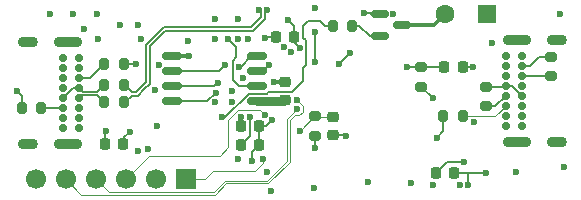
<source format=gbr>
%TF.GenerationSoftware,KiCad,Pcbnew,9.0.4*%
%TF.CreationDate,2025-10-08T22:54:58+01:00*%
%TF.ProjectId,DashcamPower,44617368-6361-46d5-906f-7765722e6b69,rev?*%
%TF.SameCoordinates,Original*%
%TF.FileFunction,Copper,L6,Bot*%
%TF.FilePolarity,Positive*%
%FSLAX46Y46*%
G04 Gerber Fmt 4.6, Leading zero omitted, Abs format (unit mm)*
G04 Created by KiCad (PCBNEW 9.0.4) date 2025-10-08 22:54:58*
%MOMM*%
%LPD*%
G01*
G04 APERTURE LIST*
G04 Aperture macros list*
%AMRoundRect*
0 Rectangle with rounded corners*
0 $1 Rounding radius*
0 $2 $3 $4 $5 $6 $7 $8 $9 X,Y pos of 4 corners*
0 Add a 4 corners polygon primitive as box body*
4,1,4,$2,$3,$4,$5,$6,$7,$8,$9,$2,$3,0*
0 Add four circle primitives for the rounded corners*
1,1,$1+$1,$2,$3*
1,1,$1+$1,$4,$5*
1,1,$1+$1,$6,$7*
1,1,$1+$1,$8,$9*
0 Add four rect primitives between the rounded corners*
20,1,$1+$1,$2,$3,$4,$5,0*
20,1,$1+$1,$4,$5,$6,$7,0*
20,1,$1+$1,$6,$7,$8,$9,0*
20,1,$1+$1,$8,$9,$2,$3,0*%
G04 Aperture macros list end*
%TA.AperFunction,SMDPad,CuDef*%
%ADD10RoundRect,0.225000X-0.225000X-0.250000X0.225000X-0.250000X0.225000X0.250000X-0.225000X0.250000X0*%
%TD*%
%TA.AperFunction,ComponentPad*%
%ADD11C,0.700000*%
%TD*%
%TA.AperFunction,ComponentPad*%
%ADD12O,2.400000X0.900000*%
%TD*%
%TA.AperFunction,ComponentPad*%
%ADD13O,1.700000X0.900000*%
%TD*%
%TA.AperFunction,ComponentPad*%
%ADD14R,1.700000X1.700000*%
%TD*%
%TA.AperFunction,ComponentPad*%
%ADD15C,1.700000*%
%TD*%
%TA.AperFunction,ComponentPad*%
%ADD16RoundRect,0.250000X0.550000X0.550000X-0.550000X0.550000X-0.550000X-0.550000X0.550000X-0.550000X0*%
%TD*%
%TA.AperFunction,ComponentPad*%
%ADD17C,1.600000*%
%TD*%
%TA.AperFunction,SMDPad,CuDef*%
%ADD18RoundRect,0.150000X-0.587500X-0.150000X0.587500X-0.150000X0.587500X0.150000X-0.587500X0.150000X0*%
%TD*%
%TA.AperFunction,SMDPad,CuDef*%
%ADD19RoundRect,0.200000X0.275000X-0.200000X0.275000X0.200000X-0.275000X0.200000X-0.275000X-0.200000X0*%
%TD*%
%TA.AperFunction,SMDPad,CuDef*%
%ADD20RoundRect,0.200000X-0.200000X-0.275000X0.200000X-0.275000X0.200000X0.275000X-0.200000X0.275000X0*%
%TD*%
%TA.AperFunction,SMDPad,CuDef*%
%ADD21RoundRect,0.200000X0.200000X0.275000X-0.200000X0.275000X-0.200000X-0.275000X0.200000X-0.275000X0*%
%TD*%
%TA.AperFunction,SMDPad,CuDef*%
%ADD22RoundRect,0.200000X-0.275000X0.200000X-0.275000X-0.200000X0.275000X-0.200000X0.275000X0.200000X0*%
%TD*%
%TA.AperFunction,SMDPad,CuDef*%
%ADD23RoundRect,0.225000X-0.250000X0.225000X-0.250000X-0.225000X0.250000X-0.225000X0.250000X0.225000X0*%
%TD*%
%TA.AperFunction,SMDPad,CuDef*%
%ADD24RoundRect,0.225000X0.225000X0.250000X-0.225000X0.250000X-0.225000X-0.250000X0.225000X-0.250000X0*%
%TD*%
%TA.AperFunction,SMDPad,CuDef*%
%ADD25RoundRect,0.225000X0.250000X-0.225000X0.250000X0.225000X-0.250000X0.225000X-0.250000X-0.225000X0*%
%TD*%
%TA.AperFunction,SMDPad,CuDef*%
%ADD26RoundRect,0.162500X-0.650000X-0.162500X0.650000X-0.162500X0.650000X0.162500X-0.650000X0.162500X0*%
%TD*%
%TA.AperFunction,ViaPad*%
%ADD27C,0.600000*%
%TD*%
%TA.AperFunction,Conductor*%
%ADD28C,0.152400*%
%TD*%
%TA.AperFunction,Conductor*%
%ADD29C,0.100000*%
%TD*%
%TA.AperFunction,Conductor*%
%ADD30C,0.170000*%
%TD*%
%TA.AperFunction,Conductor*%
%ADD31C,0.200000*%
%TD*%
%TA.AperFunction,Conductor*%
%ADD32C,0.350000*%
%TD*%
%TA.AperFunction,Conductor*%
%ADD33C,0.750000*%
%TD*%
G04 APERTURE END LIST*
D10*
%TO.P,C17,1*%
%TO.N,/VCORE*%
X90200000Y-95450000D03*
%TO.P,C17,2*%
%TO.N,GND*%
X91750000Y-95450000D03*
%TD*%
D11*
%TO.P,J2,A1,GND*%
%TO.N,GND*%
X109650000Y-102975000D03*
%TO.P,J2,A4,VBUS*%
%TO.N,/USB_VOUT*%
X109650000Y-102125000D03*
%TO.P,J2,A5,CC1*%
%TO.N,Net-(J2-CC1)*%
X109650000Y-101275000D03*
%TO.P,J2,A6,D+*%
%TO.N,Net-(J2-D+-PadA6)*%
X109650000Y-100425000D03*
%TO.P,J2,A7,D-*%
%TO.N,Net-(J2-D--PadA7)*%
X109650000Y-99575000D03*
%TO.P,J2,A8,SBU1*%
%TO.N,unconnected-(J2-SBU1-PadA8)*%
X109650000Y-98725000D03*
%TO.P,J2,A9,VBUS*%
%TO.N,/USB_VOUT*%
X109650000Y-97875000D03*
%TO.P,J2,A12,GND*%
%TO.N,GND*%
X109650000Y-97025000D03*
%TO.P,J2,B1,GND*%
X111000000Y-97025000D03*
%TO.P,J2,B4,VBUS*%
%TO.N,/USB_VOUT*%
X111000000Y-97875000D03*
%TO.P,J2,B5,CC2*%
%TO.N,Net-(J2-CC2)*%
X111000000Y-98725000D03*
%TO.P,J2,B6,D+*%
%TO.N,Net-(J2-D+-PadA6)*%
X111000000Y-99575000D03*
%TO.P,J2,B7,D-*%
%TO.N,Net-(J2-D--PadA7)*%
X111000000Y-100425000D03*
%TO.P,J2,B8,SBU2*%
%TO.N,unconnected-(J2-SBU2-PadB8)*%
X111000000Y-101275000D03*
%TO.P,J2,B9,VBUS*%
%TO.N,/USB_VOUT*%
X111000000Y-102125000D03*
%TO.P,J2,B12,GND*%
%TO.N,GND*%
X111000000Y-102975000D03*
D12*
%TO.P,J2,S1,SHIELD*%
X110630000Y-104325000D03*
D13*
X114010000Y-104325000D03*
D12*
X110630000Y-95675000D03*
D13*
X114010000Y-95675000D03*
%TD*%
D14*
%TO.P,J4,1,Pin_1*%
%TO.N,/SWD*%
X82540000Y-107500000D03*
D15*
%TO.P,J4,2,Pin_2*%
%TO.N,GND*%
X80000000Y-107500000D03*
%TO.P,J4,3,Pin_3*%
%TO.N,/SWC*%
X77460000Y-107500000D03*
%TO.P,J4,4,Pin_4*%
%TO.N,/UTX*%
X74920000Y-107500000D03*
%TO.P,J4,5,Pin_5*%
%TO.N,/URX*%
X72380000Y-107500000D03*
%TO.P,J4,6,Pin_6*%
%TO.N,+3.3V*%
X69840000Y-107500000D03*
%TD*%
D16*
%TO.P,LS1,1,1*%
%TO.N,Net-(LS1-Pad1)*%
X108100000Y-93500000D03*
D17*
%TO.P,LS1,2,2*%
%TO.N,Net-(Q3-C)*%
X104500000Y-93500000D03*
%TD*%
D11*
%TO.P,J1,A1,GND*%
%TO.N,GND*%
X73525000Y-97200000D03*
%TO.P,J1,A4,VBUS*%
%TO.N,+5V*%
X73525000Y-98050000D03*
%TO.P,J1,A5,CC1*%
%TO.N,Net-(J1-CC1)*%
X73525000Y-98900000D03*
%TO.P,J1,A6,D+*%
%TO.N,/USB_D_P*%
X73525000Y-99750000D03*
%TO.P,J1,A7,D-*%
%TO.N,/USB_D_N*%
X73525000Y-100600000D03*
%TO.P,J1,A8,SBU1*%
%TO.N,unconnected-(J1-SBU1-PadA8)*%
X73525000Y-101450000D03*
%TO.P,J1,A9,VBUS*%
%TO.N,+5V*%
X73525000Y-102300000D03*
%TO.P,J1,A12,GND*%
%TO.N,GND*%
X73525000Y-103150000D03*
%TO.P,J1,B1,GND*%
X72175000Y-103150000D03*
%TO.P,J1,B4,VBUS*%
%TO.N,+5V*%
X72175000Y-102300000D03*
%TO.P,J1,B5,CC2*%
%TO.N,Net-(J1-CC2)*%
X72175000Y-101450000D03*
%TO.P,J1,B6,D+*%
%TO.N,/USB_D_P*%
X72175000Y-100600000D03*
%TO.P,J1,B7,D-*%
%TO.N,/USB_D_N*%
X72175000Y-99750000D03*
%TO.P,J1,B8,SBU2*%
%TO.N,unconnected-(J1-SBU2-PadB8)*%
X72175000Y-98900000D03*
%TO.P,J1,B9,VBUS*%
%TO.N,+5V*%
X72175000Y-98050000D03*
%TO.P,J1,B12,GND*%
%TO.N,GND*%
X72175000Y-97200000D03*
D12*
%TO.P,J1,S1,SHIELD*%
X72545000Y-95850000D03*
D13*
X69165000Y-95850000D03*
D12*
X72545000Y-104500000D03*
D13*
X69165000Y-104500000D03*
%TD*%
D18*
%TO.P,Q3,1,B*%
%TO.N,Net-(Q3-B)*%
X99000000Y-95400000D03*
%TO.P,Q3,2,E*%
%TO.N,GND*%
X99000000Y-93500000D03*
%TO.P,Q3,3,C*%
%TO.N,Net-(Q3-C)*%
X100875000Y-94450000D03*
%TD*%
D19*
%TO.P,R21,1*%
%TO.N,+3.3V*%
X93500000Y-103825000D03*
%TO.P,R21,2*%
%TO.N,Net-(U3-RUN)*%
X93500000Y-102175000D03*
%TD*%
D10*
%TO.P,C7,1*%
%TO.N,+3.3V*%
X87225000Y-103000000D03*
%TO.P,C7,2*%
%TO.N,GND*%
X88775000Y-103000000D03*
%TD*%
D20*
%TO.P,R8,1*%
%TO.N,/USB_D_P*%
X75675000Y-99500000D03*
%TO.P,R8,2*%
%TO.N,/USB_RES_D_N*%
X77325000Y-99500000D03*
%TD*%
D21*
%TO.P,R9,1*%
%TO.N,/USB_RES_D_P*%
X77325000Y-101000000D03*
%TO.P,R9,2*%
%TO.N,/USB_D_N*%
X75675000Y-101000000D03*
%TD*%
D22*
%TO.P,R13,1*%
%TO.N,Net-(J2-D--PadA7)*%
X108000000Y-99675000D03*
%TO.P,R13,2*%
%TO.N,Net-(J2-D+-PadA6)*%
X108000000Y-101325000D03*
%TD*%
D23*
%TO.P,C14,1*%
%TO.N,Net-(U3-RUN)*%
X95000000Y-102225000D03*
%TO.P,C14,2*%
%TO.N,GND*%
X95000000Y-103775000D03*
%TD*%
D22*
%TO.P,R11,1*%
%TO.N,/USB_VOUT*%
X113450000Y-97125000D03*
%TO.P,R11,2*%
%TO.N,Net-(J2-CC2)*%
X113450000Y-98775000D03*
%TD*%
D20*
%TO.P,R19,1*%
%TO.N,/BUZZER*%
X95000000Y-94500000D03*
%TO.P,R19,2*%
%TO.N,Net-(Q3-B)*%
X96650000Y-94500000D03*
%TD*%
D19*
%TO.P,R18,1*%
%TO.N,Net-(R17-Pad2)*%
X102500000Y-99650000D03*
%TO.P,R18,2*%
%TO.N,/BTN*%
X102500000Y-98000000D03*
%TD*%
D24*
%TO.P,C15,1*%
%TO.N,/USB_VOUT*%
X105275000Y-107000000D03*
%TO.P,C15,2*%
%TO.N,Net-(Q1-G)*%
X103725000Y-107000000D03*
%TD*%
D25*
%TO.P,C10,1*%
%TO.N,+3.3V*%
X91000000Y-100775000D03*
%TO.P,C10,2*%
%TO.N,GND*%
X91000000Y-99225000D03*
%TD*%
D26*
%TO.P,U4,1,~{CS}*%
%TO.N,/QSPI_SS*%
X81412500Y-100905000D03*
%TO.P,U4,2,DO/IO_{1}*%
%TO.N,/QSPI_SD1*%
X81412500Y-99635000D03*
%TO.P,U4,3,~{WP}/IO_{2}*%
%TO.N,/QSPI_SD2*%
X81412500Y-98365000D03*
%TO.P,U4,4,GND*%
%TO.N,GND*%
X81412500Y-97095000D03*
%TO.P,U4,5,DI/IO_{0}*%
%TO.N,/QSPI_SD0*%
X88587500Y-97095000D03*
%TO.P,U4,6,CLK*%
%TO.N,/QSPI_CLK*%
X88587500Y-98365000D03*
%TO.P,U4,7,~{HOLD}/~{RESET}/IO_{3}*%
%TO.N,/QSPI_SD3*%
X88587500Y-99635000D03*
%TO.P,U4,8,VCC*%
%TO.N,+3.3V*%
X88587500Y-100905000D03*
%TD*%
D10*
%TO.P,C16,1*%
%TO.N,/VCORE*%
X87225000Y-104600000D03*
%TO.P,C16,2*%
%TO.N,GND*%
X88775000Y-104600000D03*
%TD*%
D21*
%TO.P,R1,1*%
%TO.N,Net-(J1-CC2)*%
X70325000Y-101500000D03*
%TO.P,R1,2*%
%TO.N,GND*%
X68675000Y-101500000D03*
%TD*%
D24*
%TO.P,C8,1*%
%TO.N,+3.3V*%
X77275000Y-104500000D03*
%TO.P,C8,2*%
%TO.N,GND*%
X75725000Y-104500000D03*
%TD*%
D20*
%TO.P,R12,1*%
%TO.N,/USB_VOUT*%
X104375000Y-102150000D03*
%TO.P,R12,2*%
%TO.N,Net-(J2-CC1)*%
X106025000Y-102150000D03*
%TD*%
D10*
%TO.P,C13,1*%
%TO.N,/BTN*%
X104450000Y-98000000D03*
%TO.P,C13,2*%
%TO.N,GND*%
X106000000Y-98000000D03*
%TD*%
D20*
%TO.P,R2,1*%
%TO.N,Net-(J1-CC1)*%
X75675000Y-97700000D03*
%TO.P,R2,2*%
%TO.N,GND*%
X77325000Y-97700000D03*
%TD*%
D27*
%TO.N,GND*%
X92250000Y-96350000D03*
%TO.N,+5V*%
X75000000Y-93500000D03*
X103450000Y-107950000D03*
X114200000Y-93500000D03*
X105749997Y-107950000D03*
X73950000Y-94800000D03*
X76999000Y-94450000D03*
X101600000Y-107850000D03*
%TO.N,GND*%
X73000000Y-93500000D03*
X88150122Y-105975000D03*
X82750000Y-95800000D03*
X91250000Y-94000000D03*
X78500000Y-105100000D03*
X86450000Y-101000000D03*
X78350000Y-97700000D03*
X87000000Y-93900000D03*
X97650000Y-93400000D03*
X97950000Y-107700000D03*
X89888167Y-102492598D03*
X107000000Y-102650000D03*
X86500000Y-100000000D03*
X106900000Y-98000000D03*
X93500000Y-93000000D03*
X114550000Y-106500000D03*
X68300000Y-100050000D03*
X93450000Y-108250000D03*
X89750000Y-108500000D03*
X82800000Y-97100000D03*
X85000000Y-93900000D03*
X75150000Y-95650000D03*
X87411725Y-98888275D03*
X108450000Y-96000000D03*
X89399998Y-106900000D03*
X86950000Y-105750000D03*
X80150000Y-102950000D03*
X96150000Y-103800000D03*
X71100000Y-93500000D03*
X75800000Y-103400000D03*
X90000000Y-99250000D03*
%TO.N,+3.3V*%
X93500000Y-104850000D03*
X87843800Y-95587988D03*
X91500000Y-96700000D03*
X85050000Y-101000000D03*
X78500000Y-94400000D03*
X89900000Y-100905000D03*
X79400000Y-104900000D03*
X79950000Y-99950000D03*
X80300000Y-97850000D03*
X77800000Y-103500000D03*
X100137500Y-93500748D03*
X78800000Y-95637500D03*
X90850000Y-96300000D03*
X85013075Y-95641883D03*
X87200000Y-102200000D03*
%TO.N,/VCORE*%
X88000000Y-102250000D03*
X86950000Y-95650000D03*
X89256200Y-95500000D03*
%TO.N,/BTN*%
X101250000Y-98000000D03*
%TO.N,Net-(U3-RUN)*%
X92200000Y-103400000D03*
%TO.N,Net-(D1-K)*%
X93500000Y-97550000D03*
X93500000Y-95000000D03*
%TO.N,Net-(D2-K)*%
X96450000Y-96800000D03*
X95538275Y-97711725D03*
%TO.N,/SWC*%
X89223608Y-102047215D03*
%TO.N,/URX*%
X91975000Y-100776200D03*
%TO.N,/UTX*%
X92002616Y-101575726D03*
%TO.N,/SWD*%
X89100000Y-105799998D03*
%TO.N,Net-(Q1-G)*%
X106100000Y-106050000D03*
%TO.N,/USB_RES_D_N*%
X88718301Y-93145685D03*
%TO.N,/USB_RES_D_P*%
X89470701Y-93145685D03*
%TO.N,Net-(R17-Pad2)*%
X103500000Y-100650000D03*
%TO.N,/BUZZER*%
X85600000Y-102250000D03*
%TO.N,/QSPI_SD1*%
X85253400Y-99350000D03*
%TO.N,/QSPI_SD2*%
X85850000Y-97850000D03*
%TO.N,/QSPI_CLK*%
X89611196Y-97815792D03*
%TO.N,/QSPI_SS*%
X85100000Y-100200000D03*
%TO.N,/USB_VOUT*%
X110550000Y-106850000D03*
X103800000Y-104000000D03*
X107950000Y-107000000D03*
X106450000Y-107950000D03*
%TO.N,/QSPI_SD0*%
X87081022Y-97999998D03*
%TO.N,/QSPI_SD3*%
X86150000Y-95600000D03*
%TD*%
D28*
%TO.N,GND*%
X88150122Y-105224878D02*
X88775000Y-104600000D01*
X88150122Y-105975000D02*
X88150122Y-105224878D01*
%TO.N,/QSPI_SD1*%
X84968400Y-99635000D02*
X81412500Y-99635000D01*
D29*
%TO.N,/UTX*%
X84966744Y-108600000D02*
X76020000Y-108600000D01*
X76020000Y-108600000D02*
X74920000Y-107500000D01*
X85916744Y-107650000D02*
X84966744Y-108600000D01*
X89429230Y-107650000D02*
X85916744Y-107650000D01*
X91139615Y-102438727D02*
X91139615Y-105939615D01*
X91139615Y-105939615D02*
X89429230Y-107650000D01*
X92002616Y-101575726D02*
X91139615Y-102438727D01*
%TO.N,/URX*%
X85050000Y-108801000D02*
X73681000Y-108801000D01*
X73681000Y-108801000D02*
X72380000Y-107500000D01*
X86000000Y-107851000D02*
X85050000Y-108801000D01*
X86000000Y-107851000D02*
X89512487Y-107851000D01*
X92453616Y-101254816D02*
X91975000Y-100776200D01*
X92453616Y-101762537D02*
X92453616Y-101254816D01*
%TO.N,Net-(J2-CC1)*%
X106025000Y-102150000D02*
X108775000Y-102150000D01*
X108775000Y-102150000D02*
X109650000Y-101275000D01*
D30*
%TO.N,/USB_RES_D_N*%
X88932301Y-93359685D02*
X88718301Y-93145685D01*
X88932302Y-93788314D02*
X88932301Y-93359685D01*
X88082816Y-94637800D02*
X88932302Y-93788314D01*
X80682816Y-94637800D02*
X88082816Y-94637800D01*
X79200000Y-96120616D02*
X80682816Y-94637800D01*
X79200000Y-99270616D02*
X79200000Y-96120616D01*
X77400000Y-99500000D02*
X77987800Y-100087800D01*
X77325000Y-99500000D02*
X77400000Y-99500000D01*
X77987800Y-100087800D02*
X78382816Y-100087800D01*
X78382816Y-100087800D02*
X79200000Y-99270616D01*
%TO.N,/USB_RES_D_P*%
X89256701Y-93359685D02*
X89470701Y-93145685D01*
X89256701Y-93368698D02*
X89256701Y-93359685D01*
X89255702Y-93369697D02*
X89256701Y-93368698D01*
X89255702Y-93922270D02*
X89255702Y-93369697D01*
X88216773Y-94961200D02*
X89255702Y-93922270D01*
X79523400Y-99404573D02*
X79523400Y-96254572D01*
X79523400Y-96254572D02*
X80816772Y-94961200D01*
X79061200Y-99866772D02*
X79523400Y-99404573D01*
X78516773Y-100411200D02*
X79061200Y-99866772D01*
X77988800Y-100411200D02*
X78516773Y-100411200D01*
X77400000Y-101000000D02*
X77988800Y-100411200D01*
X80816772Y-94961200D02*
X88216773Y-94961200D01*
X77325000Y-101000000D02*
X77400000Y-101000000D01*
D29*
%TO.N,Net-(U3-RUN)*%
X93550000Y-102225000D02*
X93500000Y-102175000D01*
X95000000Y-102225000D02*
X93550000Y-102225000D01*
D31*
%TO.N,GND*%
X91750000Y-95850000D02*
X92250000Y-96350000D01*
X91750000Y-95450000D02*
X91750000Y-95850000D01*
D28*
%TO.N,/BUZZER*%
X85900000Y-102250000D02*
X85600000Y-102250000D01*
X89400000Y-100250000D02*
X87900000Y-100250000D01*
X89550000Y-100100000D02*
X89400000Y-100250000D01*
X92500000Y-99150000D02*
X91550000Y-100100000D01*
X87900000Y-100250000D02*
X85900000Y-102250000D01*
X92500000Y-98100000D02*
X92500000Y-99150000D01*
X92750000Y-95750000D02*
X92750000Y-97850000D01*
X92500000Y-94500000D02*
X92500000Y-95500000D01*
X92900000Y-94100000D02*
X92500000Y-94500000D01*
X93950000Y-94100000D02*
X92900000Y-94100000D01*
X91550000Y-100100000D02*
X89550000Y-100100000D01*
X94350000Y-94500000D02*
X93950000Y-94100000D01*
X95000000Y-94500000D02*
X94350000Y-94500000D01*
X92500000Y-95500000D02*
X92750000Y-95750000D01*
X92750000Y-97850000D02*
X92500000Y-98100000D01*
D31*
%TO.N,GND*%
X91750000Y-94500000D02*
X91250000Y-94000000D01*
X91750000Y-95450000D02*
X91750000Y-94500000D01*
%TO.N,/VCORE*%
X89306200Y-95450000D02*
X89256200Y-95500000D01*
X90200000Y-95450000D02*
X89306200Y-95450000D01*
D28*
%TO.N,GND*%
X89380765Y-103000000D02*
X89888167Y-102492598D01*
D32*
X81412500Y-97095000D02*
X82795000Y-97095000D01*
D31*
X106000000Y-98000000D02*
X106900000Y-98000000D01*
D32*
X82795000Y-97095000D02*
X82800000Y-97100000D01*
X90025000Y-99225000D02*
X90000000Y-99250000D01*
D28*
X75725000Y-104500000D02*
X75725000Y-103475000D01*
X77325000Y-97700000D02*
X78350000Y-97700000D01*
X98250000Y-93500000D02*
X98150000Y-93400000D01*
X88775000Y-104600000D02*
X88775000Y-103000000D01*
X99000000Y-93500000D02*
X98250000Y-93500000D01*
D32*
X91000000Y-99225000D02*
X90025000Y-99225000D01*
D28*
X68675000Y-100425000D02*
X68300000Y-100050000D01*
X96125000Y-103775000D02*
X96150000Y-103800000D01*
X95000000Y-103775000D02*
X96125000Y-103775000D01*
X98150000Y-93400000D02*
X97650000Y-93400000D01*
X75725000Y-103475000D02*
X75800000Y-103400000D01*
X88775000Y-103000000D02*
X89380765Y-103000000D01*
X68675000Y-101500000D02*
X68675000Y-100425000D01*
D32*
%TO.N,+3.3V*%
X87200000Y-102975000D02*
X87225000Y-103000000D01*
D28*
X77275000Y-104500000D02*
X77275000Y-104025000D01*
D33*
X88587500Y-100905000D02*
X90870000Y-100905000D01*
D28*
X77275000Y-104025000D02*
X77800000Y-103500000D01*
D33*
X90870000Y-100905000D02*
X91000000Y-100775000D01*
D28*
X93500000Y-103825000D02*
X93500000Y-104850000D01*
D32*
X87200000Y-102200000D02*
X87200000Y-102975000D01*
D28*
%TO.N,/VCORE*%
X88000000Y-102250000D02*
X88000000Y-103825000D01*
X88000000Y-103825000D02*
X87225000Y-104600000D01*
%TO.N,/BTN*%
X101250000Y-98000000D02*
X102500000Y-98000000D01*
X104450000Y-98000000D02*
X102500000Y-98000000D01*
D29*
%TO.N,Net-(U3-RUN)*%
X93425000Y-102175000D02*
X92200000Y-103400000D01*
X93500000Y-102175000D02*
X93425000Y-102175000D01*
D28*
%TO.N,Net-(D1-K)*%
X93500000Y-97550000D02*
X93500000Y-95000000D01*
%TO.N,Net-(D2-K)*%
X95538275Y-97711725D02*
X96450000Y-96800000D01*
D29*
%TO.N,Net-(J1-CC2)*%
X72125000Y-101500000D02*
X72175000Y-101450000D01*
D28*
X70325000Y-101500000D02*
X71400000Y-101500000D01*
X71450000Y-101450000D02*
X72175000Y-101450000D01*
X71400000Y-101500000D02*
X71450000Y-101450000D01*
%TO.N,/USB_D_P*%
X75600000Y-99500000D02*
X75002400Y-100097600D01*
X75002400Y-100097600D02*
X73872600Y-100097600D01*
X73872600Y-100097600D02*
X73525000Y-99750000D01*
X73025000Y-99750000D02*
X72175000Y-100600000D01*
X75675000Y-99500000D02*
X75600000Y-99500000D01*
X73525000Y-99750000D02*
X73025000Y-99750000D01*
%TO.N,/USB_D_N*%
X73722600Y-100402400D02*
X73525000Y-100600000D01*
X73525000Y-100600000D02*
X73725000Y-100400000D01*
X75002400Y-100402400D02*
X73722600Y-100402400D01*
X75600000Y-101000000D02*
X75002400Y-100402400D01*
X75675000Y-101000000D02*
X75600000Y-101000000D01*
%TO.N,Net-(J1-CC1)*%
X75675000Y-97700000D02*
X74475000Y-98900000D01*
X74475000Y-98900000D02*
X73525000Y-98900000D01*
%TO.N,Net-(J2-D+-PadA6)*%
X108750000Y-101325000D02*
X109650000Y-100425000D01*
X108000000Y-101325000D02*
X108750000Y-101325000D01*
%TO.N,Net-(J2-D--PadA7)*%
X110150000Y-99575000D02*
X111000000Y-100425000D01*
X108000000Y-99675000D02*
X109550000Y-99675000D01*
X109550000Y-99675000D02*
X109650000Y-99575000D01*
X109650000Y-99575000D02*
X110150000Y-99575000D01*
%TO.N,Net-(J2-CC2)*%
X113450000Y-98775000D02*
X111050000Y-98775000D01*
X111050000Y-98775000D02*
X111000000Y-98725000D01*
D29*
%TO.N,/SWC*%
X85450000Y-105500000D02*
X79460000Y-105500000D01*
X88825393Y-101649000D02*
X86971768Y-101649000D01*
X86971768Y-101649000D02*
X86150000Y-102470768D01*
X86150000Y-102470768D02*
X86150000Y-104800000D01*
X86150000Y-104800000D02*
X85450000Y-105500000D01*
X79460000Y-105500000D02*
X77460000Y-107500000D01*
X89223608Y-102047215D02*
X88825393Y-101649000D01*
%TO.N,/URX*%
X91779521Y-102083077D02*
X92133077Y-102083077D01*
X92133077Y-102083077D02*
X92453616Y-101762537D01*
X89512487Y-107851000D02*
X91350000Y-106013486D01*
X91975000Y-100776200D02*
X91975000Y-100825000D01*
X91975000Y-100825000D02*
X91950000Y-100850000D01*
X91350000Y-102512598D02*
X91779521Y-102083077D01*
X91950000Y-100850000D02*
X92056122Y-100850000D01*
X91350000Y-106013486D02*
X91350000Y-102512598D01*
%TO.N,/SWD*%
X84850000Y-106800000D02*
X84150000Y-107500000D01*
X89100000Y-106150000D02*
X88450000Y-106800000D01*
X84150000Y-107500000D02*
X82540000Y-107500000D01*
X88450000Y-106800000D02*
X84850000Y-106800000D01*
X89100000Y-105799998D02*
X89100000Y-106150000D01*
D28*
%TO.N,Net-(Q1-G)*%
X103725000Y-107000000D02*
X104675000Y-106050000D01*
X104675000Y-106050000D02*
X106100000Y-106050000D01*
D32*
%TO.N,Net-(Q3-C)*%
X100875000Y-94450000D02*
X103550000Y-94450000D01*
X103550000Y-94450000D02*
X104500000Y-93500000D01*
D31*
%TO.N,Net-(Q3-B)*%
X99000000Y-95400000D02*
X98150000Y-95400000D01*
X97250000Y-94500000D02*
X96650000Y-94500000D01*
X98150000Y-95400000D02*
X97250000Y-94500000D01*
X99000000Y-95400000D02*
X98950000Y-95400000D01*
X98950000Y-95400000D02*
X98850000Y-95500000D01*
D28*
%TO.N,Net-(R17-Pad2)*%
X102500000Y-99650000D02*
X103500000Y-100650000D01*
%TO.N,/QSPI_SD1*%
X85253400Y-99350000D02*
X84968400Y-99635000D01*
%TO.N,/QSPI_SD2*%
X85335000Y-98365000D02*
X85850000Y-97850000D01*
X81412500Y-98365000D02*
X85335000Y-98365000D01*
%TO.N,/QSPI_CLK*%
X89061988Y-98365000D02*
X89611196Y-97815792D01*
X88587500Y-98365000D02*
X89061988Y-98365000D01*
%TO.N,/QSPI_SS*%
X84095000Y-100905000D02*
X84395000Y-100905000D01*
X81412500Y-100905000D02*
X84095000Y-100905000D01*
X84395000Y-100905000D02*
X85100000Y-100200000D01*
%TO.N,/USB_VOUT*%
X104375000Y-102150000D02*
X104375000Y-103425000D01*
X106450000Y-107000000D02*
X107950000Y-107000000D01*
X111675000Y-97875000D02*
X112425000Y-97125000D01*
X105275000Y-107000000D02*
X106450000Y-107000000D01*
X106450000Y-107950000D02*
X106450000Y-107000000D01*
X111000000Y-97875000D02*
X111675000Y-97875000D01*
X112425000Y-97125000D02*
X113450000Y-97125000D01*
X104375000Y-103425000D02*
X103800000Y-104000000D01*
%TO.N,/QSPI_SD0*%
X88105000Y-97095000D02*
X88587500Y-97095000D01*
X87081022Y-97999998D02*
X87200002Y-97999998D01*
X88587500Y-97095000D02*
X88582500Y-97100000D01*
X87200002Y-97999998D02*
X88105000Y-97095000D01*
%TO.N,/QSPI_SD3*%
X86811536Y-96261536D02*
X86811536Y-97188464D01*
X87085000Y-99635000D02*
X88587500Y-99635000D01*
X86811536Y-97188464D02*
X86550000Y-97450000D01*
X86550000Y-99100000D02*
X87085000Y-99635000D01*
X86550000Y-97450000D02*
X86550000Y-99100000D01*
X86150000Y-95600000D02*
X86811536Y-96261536D01*
%TD*%
M02*

</source>
